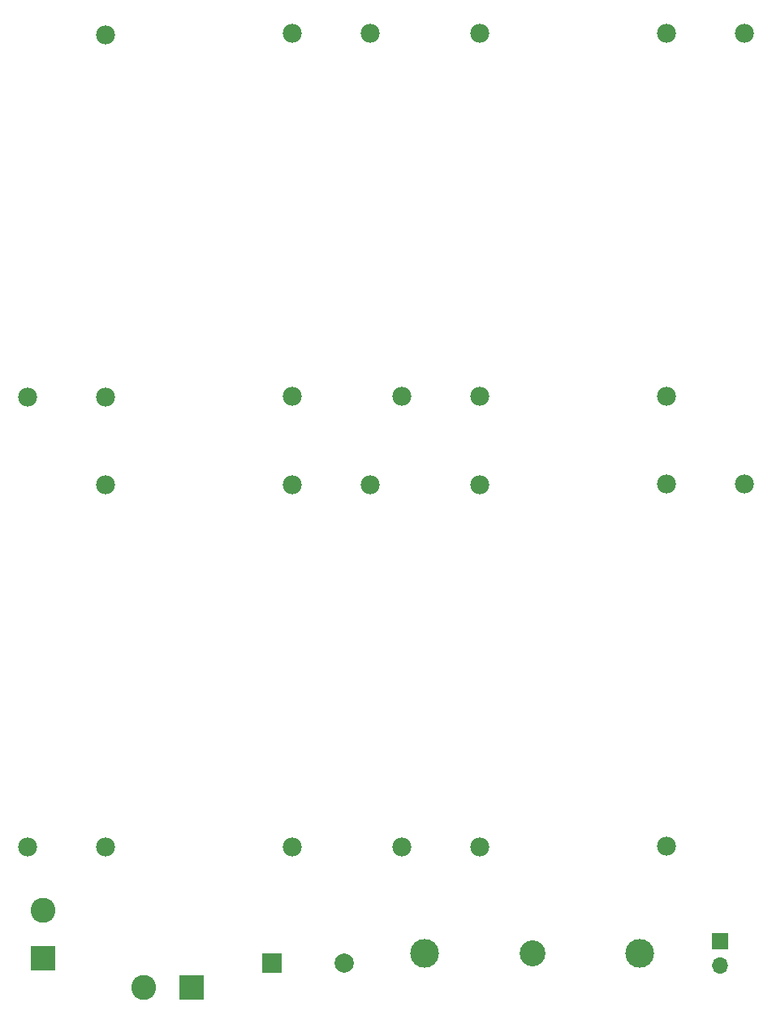
<source format=gbr>
%TF.GenerationSoftware,KiCad,Pcbnew,8.0.2*%
%TF.CreationDate,2024-06-24T22:12:58+02:00*%
%TF.ProjectId,Robo_V2.1,526f626f-5f56-4322-9e31-2e6b69636164,rev?*%
%TF.SameCoordinates,Original*%
%TF.FileFunction,Soldermask,Top*%
%TF.FilePolarity,Negative*%
%FSLAX46Y46*%
G04 Gerber Fmt 4.6, Leading zero omitted, Abs format (unit mm)*
G04 Created by KiCad (PCBNEW 8.0.2) date 2024-06-24 22:12:58*
%MOMM*%
%LPD*%
G01*
G04 APERTURE LIST*
%ADD10C,1.980000*%
%ADD11C,1.989000*%
%ADD12C,2.700000*%
%ADD13C,3.000000*%
%ADD14R,1.700000X1.700000*%
%ADD15O,1.700000X1.700000*%
%ADD16R,2.600000X2.600000*%
%ADD17C,2.600000*%
%ADD18R,2.000000X2.000000*%
%ADD19C,2.000000*%
G04 APERTURE END LIST*
D10*
%TO.C,BT5*%
X142400000Y-140410000D03*
D11*
X150500000Y-102590000D03*
X150500000Y-140410000D03*
%TD*%
D10*
%TO.C,BT1*%
X103400000Y-140410000D03*
D11*
X111500000Y-102590000D03*
X111500000Y-140410000D03*
%TD*%
D12*
%TO.C,F1*%
X156000000Y-151500000D03*
D13*
X144750000Y-151500000D03*
X167250000Y-151500000D03*
%TD*%
D10*
%TO.C,BT3*%
X139100000Y-55590000D03*
D11*
X131000000Y-93410000D03*
X131000000Y-55590000D03*
%TD*%
D14*
%TO.C,Output-16V*%
X175625000Y-150225000D03*
D15*
X175625000Y-152765000D03*
%TD*%
D10*
%TO.C,BT8*%
X178100000Y-102500000D03*
D11*
X170000000Y-140320000D03*
X170000000Y-102500000D03*
%TD*%
D10*
%TO.C,BT4*%
X139100000Y-102590000D03*
D11*
X131000000Y-140410000D03*
X131000000Y-102590000D03*
%TD*%
D10*
%TO.C,BT6*%
X142400000Y-93410000D03*
D11*
X150500000Y-55590000D03*
X150500000Y-93410000D03*
%TD*%
D10*
%TO.C,BT7*%
X178100000Y-55590000D03*
D11*
X170000000Y-93410000D03*
X170000000Y-55590000D03*
%TD*%
D16*
%TO.C,SW1*%
X105000000Y-152000000D03*
D17*
X105000000Y-147000000D03*
%TD*%
D10*
%TO.C,BT2*%
X103400000Y-93500000D03*
D11*
X111500000Y-55680000D03*
X111500000Y-93500000D03*
%TD*%
D16*
%TO.C,VM*%
X120500000Y-155000000D03*
D17*
X115500000Y-155000000D03*
%TD*%
D18*
%TO.C,C1*%
X128882323Y-152500000D03*
D19*
X136382323Y-152500000D03*
%TD*%
M02*

</source>
